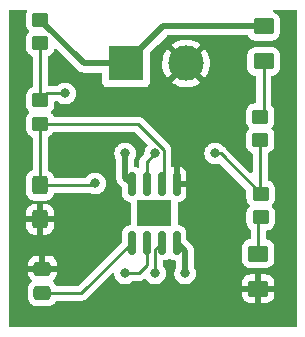
<source format=gbr>
%TF.GenerationSoftware,KiCad,Pcbnew,(6.0.11-0)*%
%TF.CreationDate,2023-02-17T15:46:41-08:00*%
%TF.ProjectId,lab4 exercise 2,6c616234-2065-4786-9572-636973652032,rev?*%
%TF.SameCoordinates,Original*%
%TF.FileFunction,Copper,L1,Top*%
%TF.FilePolarity,Positive*%
%FSLAX46Y46*%
G04 Gerber Fmt 4.6, Leading zero omitted, Abs format (unit mm)*
G04 Created by KiCad (PCBNEW (6.0.11-0)) date 2023-02-17 15:46:41*
%MOMM*%
%LPD*%
G01*
G04 APERTURE LIST*
G04 Aperture macros list*
%AMRoundRect*
0 Rectangle with rounded corners*
0 $1 Rounding radius*
0 $2 $3 $4 $5 $6 $7 $8 $9 X,Y pos of 4 corners*
0 Add a 4 corners polygon primitive as box body*
4,1,4,$2,$3,$4,$5,$6,$7,$8,$9,$2,$3,0*
0 Add four circle primitives for the rounded corners*
1,1,$1+$1,$2,$3*
1,1,$1+$1,$4,$5*
1,1,$1+$1,$6,$7*
1,1,$1+$1,$8,$9*
0 Add four rect primitives between the rounded corners*
20,1,$1+$1,$2,$3,$4,$5,0*
20,1,$1+$1,$4,$5,$6,$7,0*
20,1,$1+$1,$6,$7,$8,$9,0*
20,1,$1+$1,$8,$9,$2,$3,0*%
G04 Aperture macros list end*
%TA.AperFunction,SMDPad,CuDef*%
%ADD10RoundRect,0.250000X-0.450000X0.350000X-0.450000X-0.350000X0.450000X-0.350000X0.450000X0.350000X0*%
%TD*%
%TA.AperFunction,SMDPad,CuDef*%
%ADD11RoundRect,0.250001X0.624999X-0.462499X0.624999X0.462499X-0.624999X0.462499X-0.624999X-0.462499X0*%
%TD*%
%TA.AperFunction,SMDPad,CuDef*%
%ADD12RoundRect,0.150000X-0.150000X0.825000X-0.150000X-0.825000X0.150000X-0.825000X0.150000X0.825000X0*%
%TD*%
%TA.AperFunction,SMDPad,CuDef*%
%ADD13R,3.000000X2.290000*%
%TD*%
%TA.AperFunction,ComponentPad*%
%ADD14R,3.000000X3.000000*%
%TD*%
%TA.AperFunction,ComponentPad*%
%ADD15C,3.000000*%
%TD*%
%TA.AperFunction,SMDPad,CuDef*%
%ADD16RoundRect,0.250000X0.475000X-0.337500X0.475000X0.337500X-0.475000X0.337500X-0.475000X-0.337500X0*%
%TD*%
%TA.AperFunction,SMDPad,CuDef*%
%ADD17RoundRect,0.250000X-0.425000X0.537500X-0.425000X-0.537500X0.425000X-0.537500X0.425000X0.537500X0*%
%TD*%
%TA.AperFunction,ViaPad*%
%ADD18C,0.800000*%
%TD*%
%TA.AperFunction,Conductor*%
%ADD19C,0.250000*%
%TD*%
%TA.AperFunction,Conductor*%
%ADD20C,0.508000*%
%TD*%
G04 APERTURE END LIST*
D10*
%TO.P,R3,1*%
%TO.N,Net-(D1-Pad1)*%
X151337500Y-85770000D03*
%TO.P,R3,2*%
%TO.N,/pin_3*%
X151337500Y-87770000D03*
%TD*%
%TO.P,R4,1*%
%TO.N,/pin_3*%
X151382500Y-92304128D03*
%TO.P,R4,2*%
%TO.N,Net-(D2-Pad2)*%
X151382500Y-94304128D03*
%TD*%
%TO.P,R2,1*%
%TO.N,/pin_7*%
X132702500Y-84409448D03*
%TO.P,R2,2*%
%TO.N,/pin_2*%
X132702500Y-86409448D03*
%TD*%
D11*
%TO.P,D1,1,K*%
%TO.N,Net-(D1-Pad1)*%
X151622500Y-81095000D03*
%TO.P,D1,2,A*%
%TO.N,+9V*%
X151622500Y-78120000D03*
%TD*%
D12*
%TO.P,U1,1,GND*%
%TO.N,GND*%
X144280000Y-91505000D03*
%TO.P,U1,2,TR*%
%TO.N,/pin_2*%
X143010000Y-91505000D03*
%TO.P,U1,3,Q*%
%TO.N,/pin_3*%
X141740000Y-91505000D03*
%TO.P,U1,4,R*%
%TO.N,+9V*%
X140470000Y-91505000D03*
%TO.P,U1,5,CV*%
%TO.N,Net-(C2-Pad1)*%
X140470000Y-96455000D03*
%TO.P,U1,6,THR*%
%TO.N,/pin_2*%
X141740000Y-96455000D03*
%TO.P,U1,7,DIS*%
%TO.N,/pin_7*%
X143010000Y-96455000D03*
%TO.P,U1,8,VCC*%
%TO.N,+9V*%
X144280000Y-96455000D03*
D13*
%TO.P,U1,9*%
%TO.N,N/C*%
X142375000Y-93980000D03*
%TD*%
D14*
%TO.P,J1,1,Pin_1*%
%TO.N,+9V*%
X139977500Y-81280000D03*
D15*
%TO.P,J1,2,Pin_2*%
%TO.N,GND*%
X145057500Y-81280000D03*
%TD*%
D11*
%TO.P,D2,1,K*%
%TO.N,GND*%
X151157500Y-100357500D03*
%TO.P,D2,2,A*%
%TO.N,Net-(D2-Pad2)*%
X151157500Y-97382500D03*
%TD*%
D16*
%TO.P,C2,1*%
%TO.N,Net-(C2-Pad1)*%
X132902500Y-100720000D03*
%TO.P,C2,2*%
%TO.N,GND*%
X132902500Y-98645000D03*
%TD*%
D10*
%TO.P,R1,1*%
%TO.N,+9V*%
X132702500Y-77562384D03*
%TO.P,R1,2*%
%TO.N,/pin_7*%
X132702500Y-79562384D03*
%TD*%
D17*
%TO.P,C1,1*%
%TO.N,/pin_2*%
X132702500Y-91591948D03*
%TO.P,C1,2*%
%TO.N,GND*%
X132702500Y-94466948D03*
%TD*%
D18*
%TO.N,/pin_2*%
X139897500Y-99060000D03*
X137357500Y-91440000D03*
%TO.N,+9V*%
X144977500Y-99060000D03*
X139897500Y-88900000D03*
%TO.N,/pin_7*%
X134817500Y-83820000D03*
X142437500Y-99060000D03*
%TO.N,/pin_3*%
X147517500Y-88900000D03*
X142437500Y-88900000D03*
%TD*%
D19*
%TO.N,/pin_2*%
X143162500Y-91352500D02*
X143162500Y-88599695D01*
X141740000Y-98362500D02*
X141042500Y-99060000D01*
X141740000Y-96455000D02*
X141740000Y-98362500D01*
X143010000Y-91505000D02*
X143162500Y-91352500D01*
X132702500Y-91591948D02*
X137205552Y-91591948D01*
X140972253Y-86409448D02*
X132702500Y-86409448D01*
X143162500Y-88599695D02*
X140972253Y-86409448D01*
X132702500Y-86409448D02*
X132702500Y-91591948D01*
X141042500Y-99060000D02*
X139897500Y-99060000D01*
X137205552Y-91591948D02*
X137357500Y-91440000D01*
%TO.N,GND*%
X132702500Y-94466948D02*
X132902500Y-94666948D01*
%TO.N,Net-(C2-Pad1)*%
X136205000Y-100720000D02*
X140470000Y-96455000D01*
X132902500Y-100720000D02*
X136205000Y-100720000D01*
%TO.N,Net-(D1-Pad1)*%
X151337500Y-85770000D02*
X151622500Y-85485000D01*
X151622500Y-85485000D02*
X151622500Y-81095000D01*
D20*
%TO.N,+9V*%
X144280000Y-96455000D02*
X144977500Y-97152500D01*
X132702500Y-77562384D02*
X136420116Y-81280000D01*
X136420116Y-81280000D02*
X139977500Y-81280000D01*
X139897500Y-90932500D02*
X139897500Y-88900000D01*
X144977500Y-97152500D02*
X144977500Y-99060000D01*
X139977500Y-81280000D02*
X143137500Y-78120000D01*
X143137500Y-78120000D02*
X151622500Y-78120000D01*
X140470000Y-91505000D02*
X139897500Y-90932500D01*
D19*
%TO.N,Net-(D2-Pad2)*%
X151157500Y-94529128D02*
X151157500Y-97382500D01*
X151382500Y-94304128D02*
X151157500Y-94529128D01*
%TO.N,/pin_7*%
X134817500Y-83820000D02*
X133291948Y-83820000D01*
X132702500Y-79562384D02*
X132702500Y-84409448D01*
X143010000Y-96455000D02*
X142437500Y-97027500D01*
X133291948Y-83820000D02*
X132702500Y-84409448D01*
X142437500Y-97027500D02*
X142437500Y-99060000D01*
%TO.N,/pin_3*%
X141740000Y-89597500D02*
X142437500Y-88900000D01*
X151382500Y-92304128D02*
X151337500Y-92259128D01*
X151382500Y-92304128D02*
X147978372Y-88900000D01*
X147978372Y-88900000D02*
X147517500Y-88900000D01*
X141740000Y-91505000D02*
X141740000Y-89597500D01*
X151337500Y-92259128D02*
X151337500Y-87770000D01*
%TD*%
%TA.AperFunction,Conductor*%
%TO.N,GND*%
G36*
X131516131Y-76728502D02*
G01*
X131562624Y-76782158D01*
X131572728Y-76852432D01*
X131562814Y-76885705D01*
X131560385Y-76889646D01*
X131558079Y-76896597D01*
X131558079Y-76896598D01*
X131535264Y-76965385D01*
X131504703Y-77057523D01*
X131494000Y-77161984D01*
X131494000Y-77962784D01*
X131504974Y-78068550D01*
X131560950Y-78236330D01*
X131654022Y-78386732D01*
X131659204Y-78391905D01*
X131740609Y-78473168D01*
X131774688Y-78535450D01*
X131769685Y-78606270D01*
X131740764Y-78651359D01*
X131653195Y-78739081D01*
X131560385Y-78889646D01*
X131542955Y-78942197D01*
X131506993Y-79050620D01*
X131504703Y-79057523D01*
X131494000Y-79161984D01*
X131494000Y-79962784D01*
X131494337Y-79966030D01*
X131494337Y-79966034D01*
X131503676Y-80056037D01*
X131504974Y-80068550D01*
X131507155Y-80075086D01*
X131507155Y-80075088D01*
X131537295Y-80165428D01*
X131560950Y-80236330D01*
X131654022Y-80386732D01*
X131779197Y-80511689D01*
X131785427Y-80515529D01*
X131785428Y-80515530D01*
X131898723Y-80585366D01*
X131929762Y-80604499D01*
X131982668Y-80622047D01*
X132041027Y-80662478D01*
X132068264Y-80728042D01*
X132069000Y-80741640D01*
X132069000Y-83230251D01*
X132048998Y-83298372D01*
X131995342Y-83344865D01*
X131982877Y-83349774D01*
X131935498Y-83365581D01*
X131935496Y-83365582D01*
X131928554Y-83367898D01*
X131778152Y-83460970D01*
X131653195Y-83586145D01*
X131560385Y-83736710D01*
X131504703Y-83904587D01*
X131494000Y-84009048D01*
X131494000Y-84809848D01*
X131504974Y-84915614D01*
X131507155Y-84922150D01*
X131507155Y-84922152D01*
X131513616Y-84941517D01*
X131560950Y-85083394D01*
X131654022Y-85233796D01*
X131659204Y-85238969D01*
X131740609Y-85320232D01*
X131774688Y-85382514D01*
X131769685Y-85453334D01*
X131740764Y-85498423D01*
X131665440Y-85573879D01*
X131653195Y-85586145D01*
X131560385Y-85736710D01*
X131504703Y-85904587D01*
X131494000Y-86009048D01*
X131494000Y-86809848D01*
X131504974Y-86915614D01*
X131507155Y-86922150D01*
X131507155Y-86922152D01*
X131513616Y-86941517D01*
X131560950Y-87083394D01*
X131654022Y-87233796D01*
X131779197Y-87358753D01*
X131785427Y-87362593D01*
X131785428Y-87362594D01*
X131791522Y-87366350D01*
X131929762Y-87451563D01*
X131982668Y-87469111D01*
X132041027Y-87509542D01*
X132068264Y-87575106D01*
X132069000Y-87588704D01*
X132069000Y-90233591D01*
X132048998Y-90301712D01*
X131995342Y-90348205D01*
X131982878Y-90353114D01*
X131960505Y-90360578D01*
X131960498Y-90360581D01*
X131953554Y-90362898D01*
X131803152Y-90455970D01*
X131678195Y-90581145D01*
X131585385Y-90731710D01*
X131529703Y-90899587D01*
X131529003Y-90906423D01*
X131529002Y-90906426D01*
X131524591Y-90949479D01*
X131519000Y-91004048D01*
X131519000Y-92179848D01*
X131519337Y-92183094D01*
X131519337Y-92183098D01*
X131526634Y-92253421D01*
X131529974Y-92285614D01*
X131532155Y-92292150D01*
X131532155Y-92292152D01*
X131566969Y-92396502D01*
X131585950Y-92453394D01*
X131679022Y-92603796D01*
X131804197Y-92728753D01*
X131810427Y-92732593D01*
X131810428Y-92732594D01*
X131947590Y-92817142D01*
X131954762Y-92821563D01*
X132034505Y-92848012D01*
X132116111Y-92875080D01*
X132116113Y-92875080D01*
X132122639Y-92877245D01*
X132129475Y-92877945D01*
X132129478Y-92877946D01*
X132172531Y-92882357D01*
X132227100Y-92887948D01*
X133177900Y-92887948D01*
X133181146Y-92887611D01*
X133181150Y-92887611D01*
X133276808Y-92877686D01*
X133276812Y-92877685D01*
X133283666Y-92876974D01*
X133290202Y-92874793D01*
X133290204Y-92874793D01*
X133422306Y-92830720D01*
X133451446Y-92820998D01*
X133601848Y-92727926D01*
X133726805Y-92602751D01*
X133737260Y-92585790D01*
X133815775Y-92458416D01*
X133815776Y-92458414D01*
X133819615Y-92452186D01*
X133866185Y-92311781D01*
X133906615Y-92253421D01*
X133972180Y-92226184D01*
X133985778Y-92225448D01*
X136861230Y-92225448D01*
X136912479Y-92236341D01*
X137023149Y-92285614D01*
X137075212Y-92308794D01*
X137158512Y-92326500D01*
X137255556Y-92347128D01*
X137255561Y-92347128D01*
X137262013Y-92348500D01*
X137452987Y-92348500D01*
X137459439Y-92347128D01*
X137459444Y-92347128D01*
X137556488Y-92326500D01*
X137639788Y-92308794D01*
X137677167Y-92292152D01*
X137808222Y-92233803D01*
X137808224Y-92233802D01*
X137814252Y-92231118D01*
X137968753Y-92118866D01*
X138036412Y-92043723D01*
X138092121Y-91981852D01*
X138092122Y-91981851D01*
X138096540Y-91976944D01*
X138192027Y-91811556D01*
X138251042Y-91629928D01*
X138271004Y-91440000D01*
X138254436Y-91282365D01*
X138251732Y-91256635D01*
X138251732Y-91256633D01*
X138251042Y-91250072D01*
X138192027Y-91068444D01*
X138096540Y-90903056D01*
X137968753Y-90761134D01*
X137814252Y-90648882D01*
X137808224Y-90646198D01*
X137808222Y-90646197D01*
X137645819Y-90573891D01*
X137645818Y-90573891D01*
X137639788Y-90571206D01*
X137541208Y-90550252D01*
X137459444Y-90532872D01*
X137459439Y-90532872D01*
X137452987Y-90531500D01*
X137262013Y-90531500D01*
X137255561Y-90532872D01*
X137255556Y-90532872D01*
X137173792Y-90550252D01*
X137075212Y-90571206D01*
X137069182Y-90573891D01*
X137069181Y-90573891D01*
X136906778Y-90646197D01*
X136906776Y-90646198D01*
X136900748Y-90648882D01*
X136746247Y-90761134D01*
X136618460Y-90903056D01*
X136616194Y-90906981D01*
X136560577Y-90949865D01*
X136514868Y-90958448D01*
X133985890Y-90958448D01*
X133917769Y-90938446D01*
X133871276Y-90884790D01*
X133866367Y-90872325D01*
X133821370Y-90737455D01*
X133821369Y-90737453D01*
X133819050Y-90730502D01*
X133725978Y-90580100D01*
X133717069Y-90571206D01*
X133605983Y-90460314D01*
X133600803Y-90455143D01*
X133550621Y-90424210D01*
X133456468Y-90366173D01*
X133456466Y-90366172D01*
X133450238Y-90362333D01*
X133422330Y-90353076D01*
X133363972Y-90312645D01*
X133336736Y-90247081D01*
X133336000Y-90233484D01*
X133336000Y-87588645D01*
X133356002Y-87520524D01*
X133409658Y-87474031D01*
X133422123Y-87469122D01*
X133469502Y-87453315D01*
X133469504Y-87453314D01*
X133476446Y-87450998D01*
X133626848Y-87357926D01*
X133751805Y-87232751D01*
X133831889Y-87102832D01*
X133884662Y-87055338D01*
X133939149Y-87042948D01*
X140657659Y-87042948D01*
X140725780Y-87062950D01*
X140746754Y-87079853D01*
X141770974Y-88104073D01*
X141805000Y-88166385D01*
X141799935Y-88237200D01*
X141775517Y-88277475D01*
X141698460Y-88363056D01*
X141602973Y-88528444D01*
X141543958Y-88710072D01*
X141543268Y-88716633D01*
X141543268Y-88716635D01*
X141526593Y-88875292D01*
X141499580Y-88940949D01*
X141490378Y-88951218D01*
X141347742Y-89093853D01*
X141339463Y-89101387D01*
X141332982Y-89105500D01*
X141286357Y-89155151D01*
X141283602Y-89157993D01*
X141263865Y-89177730D01*
X141261385Y-89180927D01*
X141253682Y-89189947D01*
X141223414Y-89222179D01*
X141219595Y-89229125D01*
X141219593Y-89229128D01*
X141213652Y-89239934D01*
X141202801Y-89256453D01*
X141190386Y-89272459D01*
X141187241Y-89279728D01*
X141187238Y-89279732D01*
X141172826Y-89313037D01*
X141167609Y-89323687D01*
X141146305Y-89362440D01*
X141144334Y-89370115D01*
X141144334Y-89370116D01*
X141141267Y-89382062D01*
X141134863Y-89400766D01*
X141126819Y-89419355D01*
X141125580Y-89427178D01*
X141125577Y-89427188D01*
X141119901Y-89463024D01*
X141117495Y-89474644D01*
X141106500Y-89517470D01*
X141106500Y-89537724D01*
X141104949Y-89557434D01*
X141101780Y-89577443D01*
X141102526Y-89585335D01*
X141105941Y-89621461D01*
X141106500Y-89633319D01*
X141106500Y-89981776D01*
X141086498Y-90049897D01*
X141032842Y-90096390D01*
X140962568Y-90106494D01*
X140916364Y-90090231D01*
X140883601Y-90070855D01*
X140875991Y-90068644D01*
X140875986Y-90068642D01*
X140750848Y-90032287D01*
X140691012Y-89994074D01*
X140661334Y-89929578D01*
X140660000Y-89911290D01*
X140660000Y-89430071D01*
X140676881Y-89367071D01*
X140728723Y-89277279D01*
X140728724Y-89277278D01*
X140732027Y-89271556D01*
X140791042Y-89089928D01*
X140811004Y-88900000D01*
X140806621Y-88858298D01*
X140791732Y-88716635D01*
X140791732Y-88716633D01*
X140791042Y-88710072D01*
X140732027Y-88528444D01*
X140636540Y-88363056D01*
X140622298Y-88347238D01*
X140513175Y-88226045D01*
X140513174Y-88226044D01*
X140508753Y-88221134D01*
X140354252Y-88108882D01*
X140348224Y-88106198D01*
X140348222Y-88106197D01*
X140185819Y-88033891D01*
X140185818Y-88033891D01*
X140179788Y-88031206D01*
X140086387Y-88011353D01*
X139999444Y-87992872D01*
X139999439Y-87992872D01*
X139992987Y-87991500D01*
X139802013Y-87991500D01*
X139795561Y-87992872D01*
X139795556Y-87992872D01*
X139708612Y-88011353D01*
X139615212Y-88031206D01*
X139609182Y-88033891D01*
X139609181Y-88033891D01*
X139446778Y-88106197D01*
X139446776Y-88106198D01*
X139440748Y-88108882D01*
X139286247Y-88221134D01*
X139281826Y-88226044D01*
X139281825Y-88226045D01*
X139172703Y-88347238D01*
X139158460Y-88363056D01*
X139062973Y-88528444D01*
X139003958Y-88710072D01*
X139003268Y-88716633D01*
X139003268Y-88716635D01*
X138988379Y-88858298D01*
X138983996Y-88900000D01*
X139003958Y-89089928D01*
X139062973Y-89271556D01*
X139066276Y-89277278D01*
X139066277Y-89277279D01*
X139118119Y-89367071D01*
X139135000Y-89430071D01*
X139135000Y-90865124D01*
X139133567Y-90884074D01*
X139131376Y-90898473D01*
X139131376Y-90898479D01*
X139130276Y-90905708D01*
X139130869Y-90913000D01*
X139130869Y-90913003D01*
X139134585Y-90958683D01*
X139135000Y-90968898D01*
X139135000Y-90977025D01*
X139138311Y-91005424D01*
X139138738Y-91009744D01*
X139144691Y-91082926D01*
X139146947Y-91089888D01*
X139148143Y-91095876D01*
X139149551Y-91101833D01*
X139150399Y-91109107D01*
X139152897Y-91115989D01*
X139152898Y-91115993D01*
X139175445Y-91178107D01*
X139176855Y-91182211D01*
X139199487Y-91252075D01*
X139203287Y-91258338D01*
X139205825Y-91263880D01*
X139208567Y-91269356D01*
X139211066Y-91276241D01*
X139215081Y-91282365D01*
X139251315Y-91337632D01*
X139253630Y-91341300D01*
X139291727Y-91404081D01*
X139295441Y-91408286D01*
X139295443Y-91408289D01*
X139299167Y-91412505D01*
X139299138Y-91412531D01*
X139301738Y-91415462D01*
X139304542Y-91418816D01*
X139308554Y-91424935D01*
X139313866Y-91429967D01*
X139365086Y-91478488D01*
X139367528Y-91480866D01*
X139624595Y-91737933D01*
X139658621Y-91800245D01*
X139661500Y-91827028D01*
X139661500Y-92396502D01*
X139661693Y-92398950D01*
X139661693Y-92398958D01*
X139663927Y-92427333D01*
X139664438Y-92433831D01*
X139675451Y-92471739D01*
X139708586Y-92585790D01*
X139710855Y-92593601D01*
X139714892Y-92600427D01*
X139791509Y-92729980D01*
X139791511Y-92729983D01*
X139795547Y-92736807D01*
X139913193Y-92854453D01*
X139920017Y-92858489D01*
X139920020Y-92858491D01*
X140027589Y-92922107D01*
X140056399Y-92939145D01*
X140064010Y-92941356D01*
X140064012Y-92941357D01*
X140116231Y-92956528D01*
X140216169Y-92985562D01*
X140222574Y-92986066D01*
X140222579Y-92986067D01*
X140247029Y-92987991D01*
X140250386Y-92988255D01*
X140316727Y-93013541D01*
X140358867Y-93070679D01*
X140366500Y-93113867D01*
X140366500Y-94846133D01*
X140346498Y-94914254D01*
X140292842Y-94960747D01*
X140250386Y-94971745D01*
X140247029Y-94972009D01*
X140222579Y-94973933D01*
X140222574Y-94973934D01*
X140216169Y-94974438D01*
X140116231Y-95003472D01*
X140064012Y-95018643D01*
X140064010Y-95018644D01*
X140056399Y-95020855D01*
X140049572Y-95024892D01*
X140049573Y-95024892D01*
X139920020Y-95101509D01*
X139920017Y-95101511D01*
X139913193Y-95105547D01*
X139795547Y-95223193D01*
X139791511Y-95230017D01*
X139791509Y-95230020D01*
X139744662Y-95309235D01*
X139710855Y-95366399D01*
X139708644Y-95374010D01*
X139708643Y-95374012D01*
X139700406Y-95402366D01*
X139664438Y-95526169D01*
X139663934Y-95532574D01*
X139663933Y-95532579D01*
X139661693Y-95561042D01*
X139661500Y-95563498D01*
X139661500Y-96315406D01*
X139641498Y-96383527D01*
X139624595Y-96404501D01*
X135979500Y-100049595D01*
X135917188Y-100083621D01*
X135890405Y-100086500D01*
X134156546Y-100086500D01*
X134088425Y-100066498D01*
X134049402Y-100026803D01*
X133979832Y-99914380D01*
X133975978Y-99908152D01*
X133918845Y-99851118D01*
X133855986Y-99788369D01*
X133850803Y-99783195D01*
X133846265Y-99780398D01*
X133805676Y-99723147D01*
X133802446Y-99652224D01*
X133838072Y-99590813D01*
X133846568Y-99583438D01*
X133856707Y-99575402D01*
X133971239Y-99460671D01*
X133980251Y-99449260D01*
X134065316Y-99311257D01*
X134071463Y-99298076D01*
X134122638Y-99143790D01*
X134125505Y-99130414D01*
X134135172Y-99036062D01*
X134135500Y-99029646D01*
X134135500Y-98917115D01*
X134131025Y-98901876D01*
X134129635Y-98900671D01*
X134121952Y-98899000D01*
X131687616Y-98899000D01*
X131672377Y-98903475D01*
X131671172Y-98904865D01*
X131669501Y-98912548D01*
X131669501Y-99029595D01*
X131669838Y-99036114D01*
X131679757Y-99131706D01*
X131682649Y-99145100D01*
X131734088Y-99299284D01*
X131740261Y-99312462D01*
X131825563Y-99450307D01*
X131834599Y-99461708D01*
X131949328Y-99576238D01*
X131958262Y-99583294D01*
X131999323Y-99641212D01*
X132002553Y-99712135D01*
X131966926Y-99773546D01*
X131959093Y-99780346D01*
X131953152Y-99784022D01*
X131828195Y-99909197D01*
X131824355Y-99915427D01*
X131824354Y-99915428D01*
X131792486Y-99967128D01*
X131735385Y-100059762D01*
X131679703Y-100227639D01*
X131669000Y-100332100D01*
X131669000Y-101107900D01*
X131669337Y-101111146D01*
X131669337Y-101111150D01*
X131678889Y-101203207D01*
X131679974Y-101213666D01*
X131682155Y-101220202D01*
X131682155Y-101220204D01*
X131721613Y-101338474D01*
X131735950Y-101381446D01*
X131829022Y-101531848D01*
X131954197Y-101656805D01*
X131960427Y-101660645D01*
X131960428Y-101660646D01*
X132097590Y-101745194D01*
X132104762Y-101749615D01*
X132184505Y-101776064D01*
X132266111Y-101803132D01*
X132266113Y-101803132D01*
X132272639Y-101805297D01*
X132279475Y-101805997D01*
X132279478Y-101805998D01*
X132322531Y-101810409D01*
X132377100Y-101816000D01*
X133427900Y-101816000D01*
X133431146Y-101815663D01*
X133431150Y-101815663D01*
X133526808Y-101805738D01*
X133526812Y-101805737D01*
X133533666Y-101805026D01*
X133540202Y-101802845D01*
X133540204Y-101802845D01*
X133672306Y-101758772D01*
X133701446Y-101749050D01*
X133851848Y-101655978D01*
X133976805Y-101530803D01*
X134049184Y-101413383D01*
X134101955Y-101365891D01*
X134156443Y-101353500D01*
X136126233Y-101353500D01*
X136137416Y-101354027D01*
X136144909Y-101355702D01*
X136152835Y-101355453D01*
X136152836Y-101355453D01*
X136212986Y-101353562D01*
X136216945Y-101353500D01*
X136244856Y-101353500D01*
X136248791Y-101353003D01*
X136248856Y-101352995D01*
X136260693Y-101352062D01*
X136292951Y-101351048D01*
X136296970Y-101350922D01*
X136304889Y-101350673D01*
X136324343Y-101345021D01*
X136343700Y-101341013D01*
X136355930Y-101339468D01*
X136355931Y-101339468D01*
X136363797Y-101338474D01*
X136371168Y-101335555D01*
X136371170Y-101335555D01*
X136404912Y-101322196D01*
X136416142Y-101318351D01*
X136450983Y-101308229D01*
X136450984Y-101308229D01*
X136458593Y-101306018D01*
X136465412Y-101301985D01*
X136465417Y-101301983D01*
X136476028Y-101295707D01*
X136493776Y-101287012D01*
X136512617Y-101279552D01*
X136548387Y-101253564D01*
X136558307Y-101247048D01*
X136589535Y-101228580D01*
X136589538Y-101228578D01*
X136596362Y-101224542D01*
X136610683Y-101210221D01*
X136625717Y-101197380D01*
X136635694Y-101190131D01*
X136642107Y-101185472D01*
X136670298Y-101151395D01*
X136678288Y-101142616D01*
X136953808Y-100867096D01*
X149774500Y-100867096D01*
X149774837Y-100873611D01*
X149784756Y-100969203D01*
X149787650Y-100982602D01*
X149839088Y-101136783D01*
X149845262Y-101149962D01*
X149930563Y-101287807D01*
X149939599Y-101299208D01*
X150054330Y-101413739D01*
X150065741Y-101422751D01*
X150203745Y-101507818D01*
X150216923Y-101513962D01*
X150371216Y-101565139D01*
X150384581Y-101568005D01*
X150478939Y-101577672D01*
X150485355Y-101578000D01*
X150885385Y-101578000D01*
X150900624Y-101573525D01*
X150901829Y-101572135D01*
X150903500Y-101564452D01*
X150903500Y-101559885D01*
X151411500Y-101559885D01*
X151415975Y-101575124D01*
X151417365Y-101576329D01*
X151425048Y-101578000D01*
X151829596Y-101578000D01*
X151836111Y-101577663D01*
X151931703Y-101567744D01*
X151945102Y-101564850D01*
X152099283Y-101513412D01*
X152112462Y-101507238D01*
X152250307Y-101421937D01*
X152261708Y-101412901D01*
X152376239Y-101298170D01*
X152385251Y-101286759D01*
X152470318Y-101148755D01*
X152476462Y-101135577D01*
X152527639Y-100981284D01*
X152530505Y-100967919D01*
X152540172Y-100873561D01*
X152540500Y-100867145D01*
X152540500Y-100629615D01*
X152536025Y-100614376D01*
X152534635Y-100613171D01*
X152526952Y-100611500D01*
X151429615Y-100611500D01*
X151414376Y-100615975D01*
X151413171Y-100617365D01*
X151411500Y-100625048D01*
X151411500Y-101559885D01*
X150903500Y-101559885D01*
X150903500Y-100629615D01*
X150899025Y-100614376D01*
X150897635Y-100613171D01*
X150889952Y-100611500D01*
X149792615Y-100611500D01*
X149777376Y-100615975D01*
X149776171Y-100617365D01*
X149774500Y-100625048D01*
X149774500Y-100867096D01*
X136953808Y-100867096D01*
X137735520Y-100085385D01*
X149774500Y-100085385D01*
X149778975Y-100100624D01*
X149780365Y-100101829D01*
X149788048Y-100103500D01*
X150885385Y-100103500D01*
X150900624Y-100099025D01*
X150901829Y-100097635D01*
X150903500Y-100089952D01*
X150903500Y-100085385D01*
X151411500Y-100085385D01*
X151415975Y-100100624D01*
X151417365Y-100101829D01*
X151425048Y-100103500D01*
X152522385Y-100103500D01*
X152537624Y-100099025D01*
X152538829Y-100097635D01*
X152540500Y-100089952D01*
X152540500Y-99847904D01*
X152540163Y-99841389D01*
X152530244Y-99745797D01*
X152527350Y-99732398D01*
X152475912Y-99578217D01*
X152469738Y-99565038D01*
X152384437Y-99427193D01*
X152375401Y-99415792D01*
X152260670Y-99301261D01*
X152249259Y-99292249D01*
X152111255Y-99207182D01*
X152098077Y-99201038D01*
X151943784Y-99149861D01*
X151930419Y-99146995D01*
X151836061Y-99137328D01*
X151829644Y-99137000D01*
X151429615Y-99137000D01*
X151414376Y-99141475D01*
X151413171Y-99142865D01*
X151411500Y-99150548D01*
X151411500Y-100085385D01*
X150903500Y-100085385D01*
X150903500Y-99155115D01*
X150899025Y-99139876D01*
X150897635Y-99138671D01*
X150889952Y-99137000D01*
X150485404Y-99137000D01*
X150478889Y-99137337D01*
X150383297Y-99147256D01*
X150369898Y-99150150D01*
X150215717Y-99201588D01*
X150202538Y-99207762D01*
X150064693Y-99293063D01*
X150053292Y-99302099D01*
X149938761Y-99416830D01*
X149929749Y-99428241D01*
X149844682Y-99566245D01*
X149838538Y-99579423D01*
X149787361Y-99733716D01*
X149784495Y-99747081D01*
X149774828Y-99841439D01*
X149774500Y-99847856D01*
X149774500Y-100085385D01*
X137735520Y-100085385D01*
X138775986Y-99044919D01*
X138838298Y-99010893D01*
X138909114Y-99015958D01*
X138965949Y-99058505D01*
X138990391Y-99120844D01*
X138998820Y-99201038D01*
X139003958Y-99249928D01*
X139062973Y-99431556D01*
X139066276Y-99437278D01*
X139066277Y-99437279D01*
X139080381Y-99461708D01*
X139158460Y-99596944D01*
X139162878Y-99601851D01*
X139162879Y-99601852D01*
X139277850Y-99729540D01*
X139286247Y-99738866D01*
X139440748Y-99851118D01*
X139446776Y-99853802D01*
X139446778Y-99853803D01*
X139568849Y-99908152D01*
X139615212Y-99928794D01*
X139708612Y-99948647D01*
X139795556Y-99967128D01*
X139795561Y-99967128D01*
X139802013Y-99968500D01*
X139992987Y-99968500D01*
X139999439Y-99967128D01*
X139999444Y-99967128D01*
X140086388Y-99948647D01*
X140179788Y-99928794D01*
X140226151Y-99908152D01*
X140348222Y-99853803D01*
X140348224Y-99853802D01*
X140354252Y-99851118D01*
X140450870Y-99780921D01*
X140499213Y-99745797D01*
X140508753Y-99738866D01*
X140513168Y-99733963D01*
X140518080Y-99729540D01*
X140519205Y-99730789D01*
X140572514Y-99697949D01*
X140605700Y-99693500D01*
X140963733Y-99693500D01*
X140974916Y-99694027D01*
X140982409Y-99695702D01*
X140990335Y-99695453D01*
X140990336Y-99695453D01*
X141050486Y-99693562D01*
X141054445Y-99693500D01*
X141082356Y-99693500D01*
X141086291Y-99693003D01*
X141086356Y-99692995D01*
X141098193Y-99692062D01*
X141130451Y-99691048D01*
X141134470Y-99690922D01*
X141142389Y-99690673D01*
X141161843Y-99685021D01*
X141181200Y-99681013D01*
X141193430Y-99679468D01*
X141193431Y-99679468D01*
X141201297Y-99678474D01*
X141208668Y-99675555D01*
X141208670Y-99675555D01*
X141242412Y-99662196D01*
X141253642Y-99658351D01*
X141288483Y-99648229D01*
X141288484Y-99648229D01*
X141296093Y-99646018D01*
X141302912Y-99641985D01*
X141302917Y-99641983D01*
X141313528Y-99635707D01*
X141331276Y-99627012D01*
X141350117Y-99619552D01*
X141385887Y-99593564D01*
X141395807Y-99587048D01*
X141427035Y-99568580D01*
X141427038Y-99568578D01*
X141433862Y-99564542D01*
X141448183Y-99550221D01*
X141463217Y-99537380D01*
X141473193Y-99530132D01*
X141479607Y-99525472D01*
X141480781Y-99524052D01*
X141541714Y-99493223D01*
X141612336Y-99500509D01*
X141667808Y-99544819D01*
X141673736Y-99554121D01*
X141698460Y-99596944D01*
X141702878Y-99601851D01*
X141702879Y-99601852D01*
X141817850Y-99729540D01*
X141826247Y-99738866D01*
X141980748Y-99851118D01*
X141986776Y-99853802D01*
X141986778Y-99853803D01*
X142108849Y-99908152D01*
X142155212Y-99928794D01*
X142248612Y-99948647D01*
X142335556Y-99967128D01*
X142335561Y-99967128D01*
X142342013Y-99968500D01*
X142532987Y-99968500D01*
X142539439Y-99967128D01*
X142539444Y-99967128D01*
X142626388Y-99948647D01*
X142719788Y-99928794D01*
X142766151Y-99908152D01*
X142888222Y-99853803D01*
X142888224Y-99853802D01*
X142894252Y-99851118D01*
X143048753Y-99738866D01*
X143057150Y-99729540D01*
X143172121Y-99601852D01*
X143172122Y-99601851D01*
X143176540Y-99596944D01*
X143254619Y-99461708D01*
X143268723Y-99437279D01*
X143268724Y-99437278D01*
X143272027Y-99431556D01*
X143331042Y-99249928D01*
X143336181Y-99201038D01*
X143350314Y-99066565D01*
X143351004Y-99060000D01*
X143345843Y-99010893D01*
X143331732Y-98876635D01*
X143331732Y-98876633D01*
X143331042Y-98870072D01*
X143272027Y-98688444D01*
X143176540Y-98523056D01*
X143103363Y-98441785D01*
X143072647Y-98377779D01*
X143071000Y-98357476D01*
X143071000Y-98064500D01*
X143091002Y-97996379D01*
X143144658Y-97949886D01*
X143197000Y-97938500D01*
X143226502Y-97938500D01*
X143228950Y-97938307D01*
X143228958Y-97938307D01*
X143257421Y-97936067D01*
X143257426Y-97936066D01*
X143263831Y-97935562D01*
X143363769Y-97906528D01*
X143415988Y-97891357D01*
X143415990Y-97891356D01*
X143423601Y-97889145D01*
X143566807Y-97804453D01*
X143569489Y-97801771D01*
X143633861Y-97776498D01*
X143703484Y-97790400D01*
X143719312Y-97800572D01*
X143723193Y-97804453D01*
X143866399Y-97889145D01*
X143874010Y-97891356D01*
X143874012Y-97891357D01*
X143926231Y-97906528D01*
X144026169Y-97935562D01*
X144032574Y-97936066D01*
X144032579Y-97936067D01*
X144061042Y-97938307D01*
X144061050Y-97938307D01*
X144063498Y-97938500D01*
X144089000Y-97938500D01*
X144157121Y-97958502D01*
X144203614Y-98012158D01*
X144215000Y-98064500D01*
X144215000Y-98529929D01*
X144198119Y-98592928D01*
X144142973Y-98688444D01*
X144083958Y-98870072D01*
X144083268Y-98876633D01*
X144083268Y-98876635D01*
X144069157Y-99010893D01*
X144063996Y-99060000D01*
X144064686Y-99066565D01*
X144078820Y-99201038D01*
X144083958Y-99249928D01*
X144142973Y-99431556D01*
X144146276Y-99437278D01*
X144146277Y-99437279D01*
X144160381Y-99461708D01*
X144238460Y-99596944D01*
X144242878Y-99601851D01*
X144242879Y-99601852D01*
X144357850Y-99729540D01*
X144366247Y-99738866D01*
X144520748Y-99851118D01*
X144526776Y-99853802D01*
X144526778Y-99853803D01*
X144648849Y-99908152D01*
X144695212Y-99928794D01*
X144788612Y-99948647D01*
X144875556Y-99967128D01*
X144875561Y-99967128D01*
X144882013Y-99968500D01*
X145072987Y-99968500D01*
X145079439Y-99967128D01*
X145079444Y-99967128D01*
X145166388Y-99948647D01*
X145259788Y-99928794D01*
X145306151Y-99908152D01*
X145428222Y-99853803D01*
X145428224Y-99853802D01*
X145434252Y-99851118D01*
X145588753Y-99738866D01*
X145597150Y-99729540D01*
X145712121Y-99601852D01*
X145712122Y-99601851D01*
X145716540Y-99596944D01*
X145794619Y-99461708D01*
X145808723Y-99437279D01*
X145808724Y-99437278D01*
X145812027Y-99431556D01*
X145871042Y-99249928D01*
X145876181Y-99201038D01*
X145890314Y-99066565D01*
X145891004Y-99060000D01*
X145885843Y-99010893D01*
X145871732Y-98876635D01*
X145871732Y-98876633D01*
X145871042Y-98870072D01*
X145812027Y-98688444D01*
X145756881Y-98592928D01*
X145740000Y-98529929D01*
X145740000Y-97219876D01*
X145741433Y-97200926D01*
X145743624Y-97186527D01*
X145743624Y-97186521D01*
X145744724Y-97179292D01*
X145740415Y-97126317D01*
X145740000Y-97116102D01*
X145740000Y-97107975D01*
X145736689Y-97079576D01*
X145736260Y-97075236D01*
X145730902Y-97009367D01*
X145730309Y-97002074D01*
X145728053Y-96995112D01*
X145726857Y-96989124D01*
X145725449Y-96983167D01*
X145724601Y-96975893D01*
X145722103Y-96969011D01*
X145722102Y-96969007D01*
X145699555Y-96906893D01*
X145698145Y-96902789D01*
X145675513Y-96832925D01*
X145671713Y-96826662D01*
X145669175Y-96821120D01*
X145666433Y-96815644D01*
X145663934Y-96808759D01*
X145623685Y-96747368D01*
X145621370Y-96743700D01*
X145583273Y-96680919D01*
X145575833Y-96672495D01*
X145575862Y-96672469D01*
X145573262Y-96669538D01*
X145570458Y-96666184D01*
X145566446Y-96660065D01*
X145509913Y-96606511D01*
X145507472Y-96604134D01*
X145125405Y-96222067D01*
X145091379Y-96159755D01*
X145088500Y-96132972D01*
X145088500Y-95563498D01*
X145088307Y-95561042D01*
X145086067Y-95532579D01*
X145086066Y-95532574D01*
X145085562Y-95526169D01*
X145049594Y-95402366D01*
X145041357Y-95374012D01*
X145041356Y-95374010D01*
X145039145Y-95366399D01*
X145005338Y-95309235D01*
X144958491Y-95230020D01*
X144958489Y-95230017D01*
X144954453Y-95223193D01*
X144836807Y-95105547D01*
X144829983Y-95101511D01*
X144829980Y-95101509D01*
X144700427Y-95024892D01*
X144700428Y-95024892D01*
X144693601Y-95020855D01*
X144685990Y-95018644D01*
X144685988Y-95018643D01*
X144633769Y-95003472D01*
X144533831Y-94974438D01*
X144527426Y-94973934D01*
X144527421Y-94973933D01*
X144502971Y-94972009D01*
X144499614Y-94971745D01*
X144433273Y-94946459D01*
X144391133Y-94889321D01*
X144383500Y-94846133D01*
X144383500Y-93113362D01*
X144403502Y-93045241D01*
X144457158Y-92998748D01*
X144499619Y-92987750D01*
X144527336Y-92985570D01*
X144539931Y-92983270D01*
X144685790Y-92940893D01*
X144700221Y-92934648D01*
X144829678Y-92858089D01*
X144842104Y-92848449D01*
X144948449Y-92742104D01*
X144958089Y-92729678D01*
X145034648Y-92600221D01*
X145040893Y-92585790D01*
X145083269Y-92439935D01*
X145085570Y-92427333D01*
X145087807Y-92398916D01*
X145088000Y-92393986D01*
X145088000Y-91777115D01*
X145083525Y-91761876D01*
X145082135Y-91760671D01*
X145074452Y-91759000D01*
X144152000Y-91759000D01*
X144083879Y-91738998D01*
X144037386Y-91685342D01*
X144026000Y-91633000D01*
X144026000Y-91232885D01*
X144534000Y-91232885D01*
X144538475Y-91248124D01*
X144539865Y-91249329D01*
X144547548Y-91251000D01*
X145069884Y-91251000D01*
X145085123Y-91246525D01*
X145086328Y-91245135D01*
X145087999Y-91237452D01*
X145087999Y-90616017D01*
X145087805Y-90611080D01*
X145085570Y-90582664D01*
X145083270Y-90570069D01*
X145040893Y-90424210D01*
X145034648Y-90409779D01*
X144958089Y-90280322D01*
X144948449Y-90267896D01*
X144842104Y-90161551D01*
X144829678Y-90151911D01*
X144700221Y-90075352D01*
X144685790Y-90069107D01*
X144551395Y-90030061D01*
X144537294Y-90030101D01*
X144534000Y-90037370D01*
X144534000Y-91232885D01*
X144026000Y-91232885D01*
X144026000Y-90043122D01*
X144022027Y-90029591D01*
X144014129Y-90028456D01*
X143957154Y-90045009D01*
X143886157Y-90044806D01*
X143826541Y-90006253D01*
X143797232Y-89941588D01*
X143796000Y-89924012D01*
X143796000Y-88900000D01*
X146603996Y-88900000D01*
X146623958Y-89089928D01*
X146682973Y-89271556D01*
X146778460Y-89436944D01*
X146782878Y-89441851D01*
X146782879Y-89441852D01*
X146878133Y-89547642D01*
X146906247Y-89578866D01*
X147060748Y-89691118D01*
X147066776Y-89693802D01*
X147066778Y-89693803D01*
X147229172Y-89766105D01*
X147235212Y-89768794D01*
X147328612Y-89788647D01*
X147415556Y-89807128D01*
X147415561Y-89807128D01*
X147422013Y-89808500D01*
X147612987Y-89808500D01*
X147619439Y-89807128D01*
X147619444Y-89807128D01*
X147758160Y-89777642D01*
X147799788Y-89768794D01*
X147805828Y-89766105D01*
X147825489Y-89757352D01*
X147895856Y-89747918D01*
X147960152Y-89778025D01*
X147965831Y-89783364D01*
X150137095Y-91954628D01*
X150171121Y-92016940D01*
X150174000Y-92043723D01*
X150174000Y-92704528D01*
X150174337Y-92707774D01*
X150174337Y-92707778D01*
X150177899Y-92742104D01*
X150184974Y-92810294D01*
X150187155Y-92816830D01*
X150187155Y-92816832D01*
X150210769Y-92887611D01*
X150240950Y-92978074D01*
X150334022Y-93128476D01*
X150389954Y-93184310D01*
X150420609Y-93214912D01*
X150454688Y-93277194D01*
X150449685Y-93348014D01*
X150420764Y-93393103D01*
X150352346Y-93461641D01*
X150333195Y-93480825D01*
X150240385Y-93631390D01*
X150184703Y-93799267D01*
X150174000Y-93903728D01*
X150174000Y-94704528D01*
X150174337Y-94707774D01*
X150174337Y-94707778D01*
X150175704Y-94720948D01*
X150184974Y-94810294D01*
X150187155Y-94816830D01*
X150187155Y-94816832D01*
X150219658Y-94914254D01*
X150240950Y-94978074D01*
X150334022Y-95128476D01*
X150459197Y-95253433D01*
X150465428Y-95257274D01*
X150471173Y-95261811D01*
X150470123Y-95263141D01*
X150511608Y-95309235D01*
X150524000Y-95363725D01*
X150524000Y-96043550D01*
X150503998Y-96111671D01*
X150450342Y-96158164D01*
X150411004Y-96168877D01*
X150404720Y-96169529D01*
X150383194Y-96171762D01*
X150383191Y-96171763D01*
X150376335Y-96172474D01*
X150369799Y-96174655D01*
X150369797Y-96174655D01*
X150237695Y-96218728D01*
X150208555Y-96228450D01*
X150058152Y-96321522D01*
X149933195Y-96446697D01*
X149840385Y-96597262D01*
X149784703Y-96765139D01*
X149774000Y-96869600D01*
X149774000Y-97895400D01*
X149774337Y-97898646D01*
X149774337Y-97898650D01*
X149783890Y-97990716D01*
X149784974Y-98001165D01*
X149787155Y-98007701D01*
X149787155Y-98007703D01*
X149817980Y-98100096D01*
X149840950Y-98168945D01*
X149934022Y-98319348D01*
X150059197Y-98444305D01*
X150065427Y-98448145D01*
X150065428Y-98448146D01*
X150202590Y-98532694D01*
X150209762Y-98537115D01*
X150289505Y-98563564D01*
X150371111Y-98590632D01*
X150371113Y-98590632D01*
X150377639Y-98592797D01*
X150384475Y-98593497D01*
X150384478Y-98593498D01*
X150427531Y-98597909D01*
X150482100Y-98603500D01*
X151832900Y-98603500D01*
X151836146Y-98603163D01*
X151836150Y-98603163D01*
X151931807Y-98593238D01*
X151931811Y-98593237D01*
X151938665Y-98592526D01*
X151945201Y-98590345D01*
X151945203Y-98590345D01*
X152077305Y-98546272D01*
X152106445Y-98536550D01*
X152256848Y-98443478D01*
X152381805Y-98318303D01*
X152385646Y-98312072D01*
X152470775Y-98173968D01*
X152470776Y-98173966D01*
X152474615Y-98167738D01*
X152514362Y-98047905D01*
X152528132Y-98006389D01*
X152528132Y-98006387D01*
X152530297Y-97999861D01*
X152541000Y-97895400D01*
X152541000Y-96869600D01*
X152537195Y-96832925D01*
X152530738Y-96770693D01*
X152530737Y-96770689D01*
X152530026Y-96763835D01*
X152523292Y-96743649D01*
X152476368Y-96603003D01*
X152474050Y-96596055D01*
X152380978Y-96445652D01*
X152255803Y-96320695D01*
X152247223Y-96315406D01*
X152111468Y-96231725D01*
X152111466Y-96231724D01*
X152105238Y-96227885D01*
X152025495Y-96201436D01*
X151943889Y-96174368D01*
X151943887Y-96174368D01*
X151937361Y-96172203D01*
X151930523Y-96171502D01*
X151930521Y-96171502D01*
X151904158Y-96168801D01*
X151838430Y-96141960D01*
X151797648Y-96083845D01*
X151791000Y-96043457D01*
X151791000Y-95535766D01*
X151811002Y-95467645D01*
X151864658Y-95421152D01*
X151903997Y-95410439D01*
X151981807Y-95402366D01*
X151981810Y-95402365D01*
X151988666Y-95401654D01*
X151995202Y-95399473D01*
X151995204Y-95399473D01*
X152149498Y-95347996D01*
X152156446Y-95345678D01*
X152306848Y-95252606D01*
X152431805Y-95127431D01*
X152524615Y-94976866D01*
X152580297Y-94808989D01*
X152591000Y-94704528D01*
X152591000Y-93903728D01*
X152580026Y-93797962D01*
X152524050Y-93630182D01*
X152430978Y-93479780D01*
X152344391Y-93393344D01*
X152310312Y-93331062D01*
X152315315Y-93260242D01*
X152344236Y-93215153D01*
X152426634Y-93132611D01*
X152431805Y-93127431D01*
X152517906Y-92987750D01*
X152520775Y-92983096D01*
X152520776Y-92983094D01*
X152524615Y-92976866D01*
X152575545Y-92823316D01*
X152578132Y-92815517D01*
X152578132Y-92815515D01*
X152580297Y-92808989D01*
X152591000Y-92704528D01*
X152591000Y-91903728D01*
X152583042Y-91827028D01*
X152580738Y-91804820D01*
X152580737Y-91804816D01*
X152580026Y-91797962D01*
X152524050Y-91630182D01*
X152430978Y-91479780D01*
X152305803Y-91354823D01*
X152299572Y-91350982D01*
X152161468Y-91265853D01*
X152161466Y-91265852D01*
X152155238Y-91262013D01*
X152057332Y-91229539D01*
X151998973Y-91189110D01*
X151971736Y-91123546D01*
X151971000Y-91109947D01*
X151971000Y-88949197D01*
X151991002Y-88881076D01*
X152044658Y-88834583D01*
X152057123Y-88829674D01*
X152104502Y-88813867D01*
X152104504Y-88813866D01*
X152111446Y-88811550D01*
X152261848Y-88718478D01*
X152386805Y-88593303D01*
X152413538Y-88549935D01*
X152475775Y-88448968D01*
X152475776Y-88448966D01*
X152479615Y-88442738D01*
X152516071Y-88332826D01*
X152533132Y-88281389D01*
X152533132Y-88281387D01*
X152535297Y-88274861D01*
X152546000Y-88170400D01*
X152546000Y-87369600D01*
X152535026Y-87263834D01*
X152526731Y-87238969D01*
X152481368Y-87103002D01*
X152479050Y-87096054D01*
X152385978Y-86945652D01*
X152299391Y-86859216D01*
X152265312Y-86796934D01*
X152270315Y-86726114D01*
X152299236Y-86681025D01*
X152381634Y-86598483D01*
X152386805Y-86593303D01*
X152479615Y-86442738D01*
X152535297Y-86274861D01*
X152546000Y-86170400D01*
X152546000Y-85369600D01*
X152535026Y-85263834D01*
X152526731Y-85238969D01*
X152481368Y-85103002D01*
X152479050Y-85096054D01*
X152385978Y-84945652D01*
X152292982Y-84852818D01*
X152258903Y-84790536D01*
X152256000Y-84763645D01*
X152256000Y-82433950D01*
X152276002Y-82365829D01*
X152329658Y-82319336D01*
X152368996Y-82308623D01*
X152375280Y-82307971D01*
X152396806Y-82305738D01*
X152396809Y-82305737D01*
X152403665Y-82305026D01*
X152410201Y-82302845D01*
X152410203Y-82302845D01*
X152542305Y-82258772D01*
X152571445Y-82249050D01*
X152721848Y-82155978D01*
X152846805Y-82030803D01*
X152886650Y-81966163D01*
X152935775Y-81886468D01*
X152935776Y-81886466D01*
X152939615Y-81880238D01*
X152995297Y-81712361D01*
X153006000Y-81607900D01*
X153006000Y-80582100D01*
X153005663Y-80578850D01*
X152995738Y-80483193D01*
X152995737Y-80483189D01*
X152995026Y-80476335D01*
X152988765Y-80457567D01*
X152941368Y-80315503D01*
X152939050Y-80308555D01*
X152845978Y-80158152D01*
X152720803Y-80033195D01*
X152672983Y-80003718D01*
X152576468Y-79944225D01*
X152576466Y-79944224D01*
X152570238Y-79940385D01*
X152409754Y-79887155D01*
X152408889Y-79886868D01*
X152408887Y-79886868D01*
X152402361Y-79884703D01*
X152395525Y-79884003D01*
X152395522Y-79884002D01*
X152352469Y-79879591D01*
X152297900Y-79874000D01*
X150947100Y-79874000D01*
X150943854Y-79874337D01*
X150943850Y-79874337D01*
X150848193Y-79884262D01*
X150848189Y-79884263D01*
X150841335Y-79884974D01*
X150834799Y-79887155D01*
X150834797Y-79887155D01*
X150702695Y-79931228D01*
X150673555Y-79940950D01*
X150523152Y-80034022D01*
X150517979Y-80039204D01*
X150494136Y-80063089D01*
X150398195Y-80159197D01*
X150305385Y-80309762D01*
X150282269Y-80379456D01*
X150256361Y-80457567D01*
X150249703Y-80477639D01*
X150239000Y-80582100D01*
X150239000Y-81607900D01*
X150239337Y-81611146D01*
X150239337Y-81611150D01*
X150243243Y-81648790D01*
X150249974Y-81713665D01*
X150305950Y-81881445D01*
X150399022Y-82031848D01*
X150524197Y-82156805D01*
X150530427Y-82160645D01*
X150530428Y-82160646D01*
X150667590Y-82245194D01*
X150674762Y-82249615D01*
X150754505Y-82276064D01*
X150836111Y-82303132D01*
X150836113Y-82303132D01*
X150842639Y-82305297D01*
X150849477Y-82305998D01*
X150849479Y-82305998D01*
X150875842Y-82308699D01*
X150941570Y-82335540D01*
X150982352Y-82393655D01*
X150989000Y-82434043D01*
X150989000Y-84535500D01*
X150968998Y-84603621D01*
X150915342Y-84650114D01*
X150863000Y-84661500D01*
X150837100Y-84661500D01*
X150833854Y-84661837D01*
X150833850Y-84661837D01*
X150738192Y-84671762D01*
X150738188Y-84671763D01*
X150731334Y-84672474D01*
X150724798Y-84674655D01*
X150724796Y-84674655D01*
X150592694Y-84718728D01*
X150563554Y-84728450D01*
X150413152Y-84821522D01*
X150407979Y-84826704D01*
X150346339Y-84888451D01*
X150288195Y-84946697D01*
X150195385Y-85097262D01*
X150193081Y-85104209D01*
X150150446Y-85232751D01*
X150139703Y-85265139D01*
X150129000Y-85369600D01*
X150129000Y-86170400D01*
X150139974Y-86276166D01*
X150195950Y-86443946D01*
X150289022Y-86594348D01*
X150294204Y-86599521D01*
X150375609Y-86680784D01*
X150409688Y-86743066D01*
X150404685Y-86813886D01*
X150375764Y-86858975D01*
X150326070Y-86908756D01*
X150288195Y-86946697D01*
X150195385Y-87097262D01*
X150193081Y-87104209D01*
X150150446Y-87232751D01*
X150139703Y-87265139D01*
X150129000Y-87369600D01*
X150129000Y-88170400D01*
X150129337Y-88173646D01*
X150129337Y-88173650D01*
X150137914Y-88256308D01*
X150139974Y-88276166D01*
X150142155Y-88282702D01*
X150142155Y-88282704D01*
X150170906Y-88368879D01*
X150195950Y-88443946D01*
X150289022Y-88594348D01*
X150414197Y-88719305D01*
X150564762Y-88812115D01*
X150617668Y-88829663D01*
X150676027Y-88870094D01*
X150703264Y-88935658D01*
X150704000Y-88949256D01*
X150704000Y-90425534D01*
X150683998Y-90493655D01*
X150630342Y-90540148D01*
X150560068Y-90550252D01*
X150495488Y-90520758D01*
X150488905Y-90514629D01*
X149559612Y-89585335D01*
X148482024Y-88507747D01*
X148474484Y-88499461D01*
X148470372Y-88492982D01*
X148420720Y-88446356D01*
X148417879Y-88443602D01*
X148398142Y-88423865D01*
X148394945Y-88421385D01*
X148385923Y-88413680D01*
X148359472Y-88388841D01*
X148353693Y-88383414D01*
X148346747Y-88379595D01*
X148346744Y-88379593D01*
X148335938Y-88373652D01*
X148319419Y-88362801D01*
X148318955Y-88362441D01*
X148303413Y-88350386D01*
X148296144Y-88347241D01*
X148296140Y-88347238D01*
X148262835Y-88332826D01*
X148252175Y-88327604D01*
X148216284Y-88307873D01*
X148183348Y-88281768D01*
X148133175Y-88226045D01*
X148133174Y-88226044D01*
X148128753Y-88221134D01*
X147974252Y-88108882D01*
X147968224Y-88106198D01*
X147968222Y-88106197D01*
X147805819Y-88033891D01*
X147805818Y-88033891D01*
X147799788Y-88031206D01*
X147706387Y-88011353D01*
X147619444Y-87992872D01*
X147619439Y-87992872D01*
X147612987Y-87991500D01*
X147422013Y-87991500D01*
X147415561Y-87992872D01*
X147415556Y-87992872D01*
X147328612Y-88011353D01*
X147235212Y-88031206D01*
X147229182Y-88033891D01*
X147229181Y-88033891D01*
X147066778Y-88106197D01*
X147066776Y-88106198D01*
X147060748Y-88108882D01*
X146906247Y-88221134D01*
X146901826Y-88226044D01*
X146901825Y-88226045D01*
X146792703Y-88347238D01*
X146778460Y-88363056D01*
X146682973Y-88528444D01*
X146623958Y-88710072D01*
X146623268Y-88716633D01*
X146623268Y-88716635D01*
X146608379Y-88858298D01*
X146603996Y-88900000D01*
X143796000Y-88900000D01*
X143796000Y-88678462D01*
X143796527Y-88667279D01*
X143798202Y-88659786D01*
X143796062Y-88591709D01*
X143796000Y-88587750D01*
X143796000Y-88559839D01*
X143795495Y-88555839D01*
X143794562Y-88543996D01*
X143793422Y-88507725D01*
X143793173Y-88499806D01*
X143787521Y-88480352D01*
X143783513Y-88460995D01*
X143781968Y-88448765D01*
X143781968Y-88448764D01*
X143780974Y-88440898D01*
X143778055Y-88433525D01*
X143764696Y-88399783D01*
X143760851Y-88388553D01*
X143750729Y-88353712D01*
X143750729Y-88353711D01*
X143748518Y-88346102D01*
X143744485Y-88339283D01*
X143744483Y-88339278D01*
X143738207Y-88328667D01*
X143729512Y-88310919D01*
X143722052Y-88292078D01*
X143715242Y-88282704D01*
X143696064Y-88256308D01*
X143689548Y-88246388D01*
X143671080Y-88215160D01*
X143671078Y-88215157D01*
X143667042Y-88208333D01*
X143652721Y-88194012D01*
X143639880Y-88178978D01*
X143635971Y-88173598D01*
X143627972Y-88162588D01*
X143593895Y-88134397D01*
X143585116Y-88126407D01*
X141475905Y-86017195D01*
X141468365Y-86008909D01*
X141464253Y-86002430D01*
X141414601Y-85955804D01*
X141411760Y-85953050D01*
X141392023Y-85933313D01*
X141388826Y-85930833D01*
X141379804Y-85923128D01*
X141353353Y-85898289D01*
X141347574Y-85892862D01*
X141340628Y-85889043D01*
X141340625Y-85889041D01*
X141329819Y-85883100D01*
X141313300Y-85872249D01*
X141312836Y-85871889D01*
X141297294Y-85859834D01*
X141290025Y-85856689D01*
X141290021Y-85856686D01*
X141256716Y-85842274D01*
X141246066Y-85837057D01*
X141207313Y-85815753D01*
X141187690Y-85810715D01*
X141168987Y-85804311D01*
X141157673Y-85799415D01*
X141157672Y-85799415D01*
X141150398Y-85796267D01*
X141142575Y-85795028D01*
X141142565Y-85795025D01*
X141106729Y-85789349D01*
X141095109Y-85786943D01*
X141059964Y-85777920D01*
X141059963Y-85777920D01*
X141052283Y-85775948D01*
X141032029Y-85775948D01*
X141012318Y-85774397D01*
X141000139Y-85772468D01*
X140992310Y-85771228D01*
X140984418Y-85771974D01*
X140948292Y-85775389D01*
X140936434Y-85775948D01*
X133939281Y-85775948D01*
X133871160Y-85755946D01*
X133832137Y-85716251D01*
X133754832Y-85591328D01*
X133750978Y-85585100D01*
X133664391Y-85498664D01*
X133630312Y-85436382D01*
X133635315Y-85365562D01*
X133664236Y-85320473D01*
X133746634Y-85237931D01*
X133751805Y-85232751D01*
X133844615Y-85082186D01*
X133887835Y-84951880D01*
X133898132Y-84920837D01*
X133898132Y-84920835D01*
X133900297Y-84914309D01*
X133911000Y-84809848D01*
X133911000Y-84579500D01*
X133931002Y-84511379D01*
X133984658Y-84464886D01*
X134037000Y-84453500D01*
X134109300Y-84453500D01*
X134177421Y-84473502D01*
X134196647Y-84489843D01*
X134196920Y-84489540D01*
X134201832Y-84493963D01*
X134206247Y-84498866D01*
X134360748Y-84611118D01*
X134366776Y-84613802D01*
X134366778Y-84613803D01*
X134503455Y-84674655D01*
X134535212Y-84688794D01*
X134628613Y-84708647D01*
X134715556Y-84727128D01*
X134715561Y-84727128D01*
X134722013Y-84728500D01*
X134912987Y-84728500D01*
X134919439Y-84727128D01*
X134919444Y-84727128D01*
X135006387Y-84708647D01*
X135099788Y-84688794D01*
X135131545Y-84674655D01*
X135268222Y-84613803D01*
X135268224Y-84613802D01*
X135274252Y-84611118D01*
X135428753Y-84498866D01*
X135556540Y-84356944D01*
X135652027Y-84191556D01*
X135711042Y-84009928D01*
X135731004Y-83820000D01*
X135711042Y-83630072D01*
X135652027Y-83448444D01*
X135556540Y-83283056D01*
X135504473Y-83225229D01*
X135433175Y-83146045D01*
X135433174Y-83146044D01*
X135428753Y-83141134D01*
X135317770Y-83060500D01*
X135279594Y-83032763D01*
X135279593Y-83032762D01*
X135274252Y-83028882D01*
X135268224Y-83026198D01*
X135268222Y-83026197D01*
X135105819Y-82953891D01*
X135105818Y-82953891D01*
X135099788Y-82951206D01*
X135006388Y-82931353D01*
X134919444Y-82912872D01*
X134919439Y-82912872D01*
X134912987Y-82911500D01*
X134722013Y-82911500D01*
X134715561Y-82912872D01*
X134715556Y-82912872D01*
X134628612Y-82931353D01*
X134535212Y-82951206D01*
X134529182Y-82953891D01*
X134529181Y-82953891D01*
X134366778Y-83026197D01*
X134366776Y-83026198D01*
X134360748Y-83028882D01*
X134355407Y-83032762D01*
X134355406Y-83032763D01*
X134245187Y-83112842D01*
X134206247Y-83141134D01*
X134201832Y-83146037D01*
X134196920Y-83150460D01*
X134195795Y-83149211D01*
X134142486Y-83182051D01*
X134109300Y-83186500D01*
X133462000Y-83186500D01*
X133393879Y-83166498D01*
X133347386Y-83112842D01*
X133336000Y-83060500D01*
X133336000Y-80741581D01*
X133356002Y-80673460D01*
X133409658Y-80626967D01*
X133422123Y-80622058D01*
X133469502Y-80606251D01*
X133469504Y-80606250D01*
X133476446Y-80603934D01*
X133506452Y-80585366D01*
X133620620Y-80514716D01*
X133626848Y-80510862D01*
X133751805Y-80385687D01*
X133795067Y-80315503D01*
X133840775Y-80241352D01*
X133840776Y-80241350D01*
X133844615Y-80235122D01*
X133892977Y-80089315D01*
X133933408Y-80030955D01*
X133998972Y-80003718D01*
X134068853Y-80016251D01*
X134101665Y-80039887D01*
X135833306Y-81771528D01*
X135845693Y-81785941D01*
X135858662Y-81803564D01*
X135864245Y-81808307D01*
X135899171Y-81837979D01*
X135906687Y-81844909D01*
X135912431Y-81850653D01*
X135915305Y-81852927D01*
X135915312Y-81852933D01*
X135934827Y-81868372D01*
X135938231Y-81871163D01*
X135988588Y-81913945D01*
X135988592Y-81913948D01*
X135994167Y-81918684D01*
X136000684Y-81922012D01*
X136005748Y-81925389D01*
X136010972Y-81928616D01*
X136016716Y-81933160D01*
X136023347Y-81936259D01*
X136083198Y-81964232D01*
X136087149Y-81966163D01*
X136152520Y-81999543D01*
X136159635Y-82001284D01*
X136165381Y-82003421D01*
X136171164Y-82005345D01*
X136177795Y-82008444D01*
X136249673Y-82023394D01*
X136253945Y-82024361D01*
X136325228Y-82041804D01*
X136330827Y-82042151D01*
X136330831Y-82042152D01*
X136336446Y-82042500D01*
X136336444Y-82042539D01*
X136340345Y-82042772D01*
X136344704Y-82043161D01*
X136351872Y-82044652D01*
X136359189Y-82044454D01*
X136429693Y-82042546D01*
X136433102Y-82042500D01*
X137843000Y-82042500D01*
X137911121Y-82062502D01*
X137957614Y-82116158D01*
X137969000Y-82168500D01*
X137969000Y-82828134D01*
X137975755Y-82890316D01*
X138026885Y-83026705D01*
X138114239Y-83143261D01*
X138230795Y-83230615D01*
X138367184Y-83281745D01*
X138429366Y-83288500D01*
X141525634Y-83288500D01*
X141587816Y-83281745D01*
X141724205Y-83230615D01*
X141840761Y-83143261D01*
X141928115Y-83026705D01*
X141979245Y-82890316D01*
X141981490Y-82869654D01*
X143833118Y-82869654D01*
X143840173Y-82879627D01*
X143871179Y-82905551D01*
X143878098Y-82910579D01*
X144102772Y-83051515D01*
X144110307Y-83055556D01*
X144352020Y-83164694D01*
X144360051Y-83167680D01*
X144614332Y-83243002D01*
X144622684Y-83244869D01*
X144884840Y-83284984D01*
X144893374Y-83285700D01*
X145158545Y-83289867D01*
X145167096Y-83289418D01*
X145430383Y-83257557D01*
X145438784Y-83255955D01*
X145695324Y-83188653D01*
X145703426Y-83185926D01*
X145948449Y-83084434D01*
X145956117Y-83080628D01*
X146185098Y-82946822D01*
X146192179Y-82942009D01*
X146272155Y-82879301D01*
X146280625Y-82867442D01*
X146274108Y-82855818D01*
X145070312Y-81652022D01*
X145056368Y-81644408D01*
X145054535Y-81644539D01*
X145047920Y-81648790D01*
X143840410Y-82856300D01*
X143833118Y-82869654D01*
X141981490Y-82869654D01*
X141986000Y-82828134D01*
X141986000Y-81263204D01*
X143045165Y-81263204D01*
X143060432Y-81527969D01*
X143061505Y-81536470D01*
X143112565Y-81796722D01*
X143114776Y-81804974D01*
X143200684Y-82055894D01*
X143203999Y-82063779D01*
X143323164Y-82300713D01*
X143327520Y-82308079D01*
X143456847Y-82496250D01*
X143467101Y-82504594D01*
X143480842Y-82497448D01*
X144685478Y-81292812D01*
X144691856Y-81281132D01*
X145421908Y-81281132D01*
X145422039Y-81282965D01*
X145426290Y-81289580D01*
X146633230Y-82496520D01*
X146645439Y-82503187D01*
X146656939Y-82494497D01*
X146754331Y-82361913D01*
X146758918Y-82354685D01*
X146885462Y-82121621D01*
X146889030Y-82113827D01*
X146982771Y-81865750D01*
X146985248Y-81857544D01*
X147044454Y-81599038D01*
X147045794Y-81590577D01*
X147069531Y-81324616D01*
X147069777Y-81319677D01*
X147070166Y-81282485D01*
X147070023Y-81277519D01*
X147051862Y-81011123D01*
X147050701Y-81002649D01*
X146996919Y-80742944D01*
X146994620Y-80734709D01*
X146906088Y-80484705D01*
X146902691Y-80476854D01*
X146781050Y-80241178D01*
X146776622Y-80233866D01*
X146657531Y-80064417D01*
X146647009Y-80056037D01*
X146633621Y-80063089D01*
X145429522Y-81267188D01*
X145421908Y-81281132D01*
X144691856Y-81281132D01*
X144693092Y-81278868D01*
X144692961Y-81277035D01*
X144688710Y-81270420D01*
X143481314Y-80063024D01*
X143469304Y-80056466D01*
X143457564Y-80065434D01*
X143349435Y-80215911D01*
X143344918Y-80223196D01*
X143220825Y-80457567D01*
X143217339Y-80465395D01*
X143126200Y-80714446D01*
X143123811Y-80722670D01*
X143067312Y-80981795D01*
X143066063Y-80990250D01*
X143045254Y-81254653D01*
X143045165Y-81263204D01*
X141986000Y-81263204D01*
X141986000Y-80402028D01*
X142006002Y-80333907D01*
X142022905Y-80312933D01*
X142643338Y-79692500D01*
X143834084Y-79692500D01*
X143840480Y-79703770D01*
X145044688Y-80907978D01*
X145058632Y-80915592D01*
X145060465Y-80915461D01*
X145067080Y-80911210D01*
X146274104Y-79704186D01*
X146281295Y-79691017D01*
X146273973Y-79680780D01*
X146226733Y-79642115D01*
X146219761Y-79637160D01*
X145993622Y-79498582D01*
X145986052Y-79494624D01*
X145743204Y-79388022D01*
X145735144Y-79385120D01*
X145480092Y-79312467D01*
X145471714Y-79310685D01*
X145209156Y-79273318D01*
X145200611Y-79272691D01*
X144935408Y-79271302D01*
X144926874Y-79271839D01*
X144663933Y-79306456D01*
X144655535Y-79308149D01*
X144399738Y-79378127D01*
X144391643Y-79380946D01*
X144147699Y-79484997D01*
X144140077Y-79488881D01*
X143912513Y-79625075D01*
X143905481Y-79629962D01*
X143842553Y-79680377D01*
X143834084Y-79692500D01*
X142643338Y-79692500D01*
X143416433Y-78919405D01*
X143478745Y-78885379D01*
X143505528Y-78882500D01*
X150220930Y-78882500D01*
X150289051Y-78902502D01*
X150328074Y-78942197D01*
X150399022Y-79056848D01*
X150524197Y-79181805D01*
X150530427Y-79185645D01*
X150530428Y-79185646D01*
X150667590Y-79270194D01*
X150674762Y-79274615D01*
X150694100Y-79281029D01*
X150836111Y-79328132D01*
X150836113Y-79328132D01*
X150842639Y-79330297D01*
X150849475Y-79330997D01*
X150849478Y-79330998D01*
X150886305Y-79334771D01*
X150947100Y-79341000D01*
X152297900Y-79341000D01*
X152301146Y-79340663D01*
X152301150Y-79340663D01*
X152396807Y-79330738D01*
X152396811Y-79330737D01*
X152403665Y-79330026D01*
X152410201Y-79327845D01*
X152410203Y-79327845D01*
X152561398Y-79277402D01*
X152571445Y-79274050D01*
X152721848Y-79180978D01*
X152846805Y-79055803D01*
X152916833Y-78942197D01*
X152935775Y-78911468D01*
X152935776Y-78911466D01*
X152939615Y-78905238D01*
X152995297Y-78737361D01*
X153006000Y-78632900D01*
X153006000Y-77607100D01*
X153004229Y-77590028D01*
X152995738Y-77508193D01*
X152995737Y-77508189D01*
X152995026Y-77501335D01*
X152972417Y-77433566D01*
X152941368Y-77340503D01*
X152939050Y-77333555D01*
X152845978Y-77183152D01*
X152821570Y-77158786D01*
X152725983Y-77063366D01*
X152720803Y-77058195D01*
X152714572Y-77054354D01*
X152576468Y-76969225D01*
X152576466Y-76969224D01*
X152570238Y-76965385D01*
X152536193Y-76954093D01*
X152477833Y-76913663D01*
X152450596Y-76848099D01*
X152463129Y-76778217D01*
X152511453Y-76726205D01*
X152575860Y-76708500D01*
X154305500Y-76708500D01*
X154373621Y-76728502D01*
X154420114Y-76782158D01*
X154431500Y-76834500D01*
X154431500Y-103505500D01*
X154411498Y-103573621D01*
X154357842Y-103620114D01*
X154305500Y-103631500D01*
X130174500Y-103631500D01*
X130106379Y-103611498D01*
X130059886Y-103557842D01*
X130048500Y-103505500D01*
X130048500Y-98372885D01*
X131669500Y-98372885D01*
X131673975Y-98388124D01*
X131675365Y-98389329D01*
X131683048Y-98391000D01*
X132630385Y-98391000D01*
X132645624Y-98386525D01*
X132646829Y-98385135D01*
X132648500Y-98377452D01*
X132648500Y-98372885D01*
X133156500Y-98372885D01*
X133160975Y-98388124D01*
X133162365Y-98389329D01*
X133170048Y-98391000D01*
X134117384Y-98391000D01*
X134132623Y-98386525D01*
X134133828Y-98385135D01*
X134135499Y-98377452D01*
X134135499Y-98260405D01*
X134135162Y-98253886D01*
X134125243Y-98158294D01*
X134122351Y-98144900D01*
X134070912Y-97990716D01*
X134064739Y-97977538D01*
X133979437Y-97839693D01*
X133970401Y-97828292D01*
X133855671Y-97713761D01*
X133844260Y-97704749D01*
X133706257Y-97619684D01*
X133693076Y-97613537D01*
X133538790Y-97562362D01*
X133525414Y-97559495D01*
X133431062Y-97549828D01*
X133424645Y-97549500D01*
X133174615Y-97549500D01*
X133159376Y-97553975D01*
X133158171Y-97555365D01*
X133156500Y-97563048D01*
X133156500Y-98372885D01*
X132648500Y-98372885D01*
X132648500Y-97567616D01*
X132644025Y-97552377D01*
X132642635Y-97551172D01*
X132634952Y-97549501D01*
X132380405Y-97549501D01*
X132373886Y-97549838D01*
X132278294Y-97559757D01*
X132264900Y-97562649D01*
X132110716Y-97614088D01*
X132097538Y-97620261D01*
X131959693Y-97705563D01*
X131948292Y-97714599D01*
X131833761Y-97829329D01*
X131824749Y-97840740D01*
X131739684Y-97978743D01*
X131733537Y-97991924D01*
X131682362Y-98146210D01*
X131679495Y-98159586D01*
X131669828Y-98253938D01*
X131669500Y-98260355D01*
X131669500Y-98372885D01*
X130048500Y-98372885D01*
X130048500Y-95051543D01*
X131519501Y-95051543D01*
X131519838Y-95058062D01*
X131529757Y-95153654D01*
X131532649Y-95167048D01*
X131584088Y-95321232D01*
X131590261Y-95334410D01*
X131675563Y-95472255D01*
X131684599Y-95483656D01*
X131799329Y-95598187D01*
X131810740Y-95607199D01*
X131948743Y-95692264D01*
X131961924Y-95698411D01*
X132116210Y-95749586D01*
X132129586Y-95752453D01*
X132223938Y-95762120D01*
X132230354Y-95762448D01*
X132430385Y-95762448D01*
X132445624Y-95757973D01*
X132446829Y-95756583D01*
X132448500Y-95748900D01*
X132448500Y-95744332D01*
X132956500Y-95744332D01*
X132960975Y-95759571D01*
X132962365Y-95760776D01*
X132970048Y-95762447D01*
X133174595Y-95762447D01*
X133181114Y-95762110D01*
X133276706Y-95752191D01*
X133290100Y-95749299D01*
X133444284Y-95697860D01*
X133457462Y-95691687D01*
X133595307Y-95606385D01*
X133606708Y-95597349D01*
X133721239Y-95482619D01*
X133730251Y-95471208D01*
X133815316Y-95333205D01*
X133821463Y-95320024D01*
X133872638Y-95165738D01*
X133875505Y-95152362D01*
X133885172Y-95058010D01*
X133885500Y-95051594D01*
X133885500Y-94739063D01*
X133881025Y-94723824D01*
X133879635Y-94722619D01*
X133871952Y-94720948D01*
X132974615Y-94720948D01*
X132959376Y-94725423D01*
X132958171Y-94726813D01*
X132956500Y-94734496D01*
X132956500Y-95744332D01*
X132448500Y-95744332D01*
X132448500Y-94739063D01*
X132444025Y-94723824D01*
X132442635Y-94722619D01*
X132434952Y-94720948D01*
X131537616Y-94720948D01*
X131522377Y-94725423D01*
X131521172Y-94726813D01*
X131519501Y-94734496D01*
X131519501Y-95051543D01*
X130048500Y-95051543D01*
X130048500Y-94194833D01*
X131519500Y-94194833D01*
X131523975Y-94210072D01*
X131525365Y-94211277D01*
X131533048Y-94212948D01*
X132430385Y-94212948D01*
X132445624Y-94208473D01*
X132446829Y-94207083D01*
X132448500Y-94199400D01*
X132448500Y-94194833D01*
X132956500Y-94194833D01*
X132960975Y-94210072D01*
X132962365Y-94211277D01*
X132970048Y-94212948D01*
X133867384Y-94212948D01*
X133882623Y-94208473D01*
X133883828Y-94207083D01*
X133885499Y-94199400D01*
X133885499Y-93882353D01*
X133885162Y-93875834D01*
X133875243Y-93780242D01*
X133872351Y-93766848D01*
X133820912Y-93612664D01*
X133814739Y-93599486D01*
X133729437Y-93461641D01*
X133720401Y-93450240D01*
X133605671Y-93335709D01*
X133594260Y-93326697D01*
X133456257Y-93241632D01*
X133443076Y-93235485D01*
X133288790Y-93184310D01*
X133275414Y-93181443D01*
X133181062Y-93171776D01*
X133174645Y-93171448D01*
X132974615Y-93171448D01*
X132959376Y-93175923D01*
X132958171Y-93177313D01*
X132956500Y-93184996D01*
X132956500Y-94194833D01*
X132448500Y-94194833D01*
X132448500Y-93189564D01*
X132444025Y-93174325D01*
X132442635Y-93173120D01*
X132434952Y-93171449D01*
X132230405Y-93171449D01*
X132223886Y-93171786D01*
X132128294Y-93181705D01*
X132114900Y-93184597D01*
X131960716Y-93236036D01*
X131947538Y-93242209D01*
X131809693Y-93327511D01*
X131798292Y-93336547D01*
X131683761Y-93451277D01*
X131674749Y-93462688D01*
X131589684Y-93600691D01*
X131583537Y-93613872D01*
X131532362Y-93768158D01*
X131529495Y-93781534D01*
X131519828Y-93875886D01*
X131519500Y-93882303D01*
X131519500Y-94194833D01*
X130048500Y-94194833D01*
X130048500Y-76834500D01*
X130068502Y-76766379D01*
X130122158Y-76719886D01*
X130174500Y-76708500D01*
X131448010Y-76708500D01*
X131516131Y-76728502D01*
G37*
%TD.AperFunction*%
%TD*%
M02*

</source>
